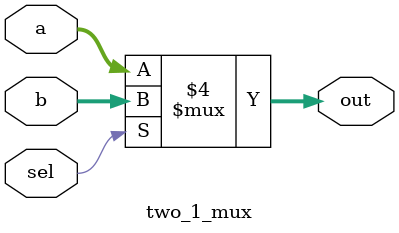
<source format=v>
`timescale 1ns / 1ps

module two_1_mux (
    input [31:0] a,
    input [31:0] b,
    input sel,
    output reg [31:0] out
);
    always @(*) begin
        if (sel == 1'b0) begin
            out = a;
        end else begin
            out = b;
        end
    end
endmodule
</source>
